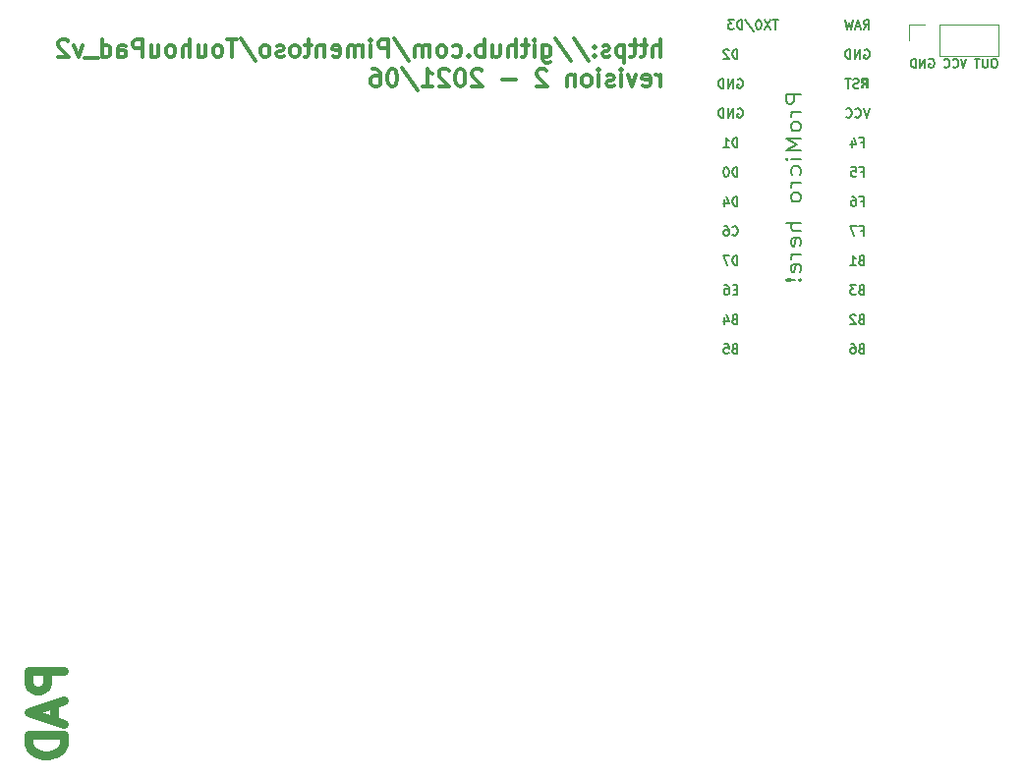
<source format=gbr>
%TF.GenerationSoftware,KiCad,Pcbnew,(5.1.10-1-10_14)*%
%TF.CreationDate,2021-08-10T17:18:57+02:00*%
%TF.ProjectId,project,70726f6a-6563-4742-9e6b-696361645f70,rev?*%
%TF.SameCoordinates,Original*%
%TF.FileFunction,Legend,Bot*%
%TF.FilePolarity,Positive*%
%FSLAX46Y46*%
G04 Gerber Fmt 4.6, Leading zero omitted, Abs format (unit mm)*
G04 Created by KiCad (PCBNEW (5.1.10-1-10_14)) date 2021-08-10 17:18:57*
%MOMM*%
%LPD*%
G01*
G04 APERTURE LIST*
%ADD10C,0.300000*%
%ADD11C,0.750000*%
%ADD12C,0.150000*%
%ADD13C,0.120000*%
%ADD14C,0.203200*%
G04 APERTURE END LIST*
D10*
X139274857Y-51473571D02*
X139274857Y-49973571D01*
X138632000Y-51473571D02*
X138632000Y-50687857D01*
X138703428Y-50545000D01*
X138846285Y-50473571D01*
X139060571Y-50473571D01*
X139203428Y-50545000D01*
X139274857Y-50616428D01*
X138132000Y-50473571D02*
X137560571Y-50473571D01*
X137917714Y-49973571D02*
X137917714Y-51259285D01*
X137846285Y-51402142D01*
X137703428Y-51473571D01*
X137560571Y-51473571D01*
X137274857Y-50473571D02*
X136703428Y-50473571D01*
X137060571Y-49973571D02*
X137060571Y-51259285D01*
X136989142Y-51402142D01*
X136846285Y-51473571D01*
X136703428Y-51473571D01*
X136203428Y-50473571D02*
X136203428Y-51973571D01*
X136203428Y-50545000D02*
X136060571Y-50473571D01*
X135774857Y-50473571D01*
X135632000Y-50545000D01*
X135560571Y-50616428D01*
X135489142Y-50759285D01*
X135489142Y-51187857D01*
X135560571Y-51330714D01*
X135632000Y-51402142D01*
X135774857Y-51473571D01*
X136060571Y-51473571D01*
X136203428Y-51402142D01*
X134917714Y-51402142D02*
X134774857Y-51473571D01*
X134489142Y-51473571D01*
X134346285Y-51402142D01*
X134274857Y-51259285D01*
X134274857Y-51187857D01*
X134346285Y-51045000D01*
X134489142Y-50973571D01*
X134703428Y-50973571D01*
X134846285Y-50902142D01*
X134917714Y-50759285D01*
X134917714Y-50687857D01*
X134846285Y-50545000D01*
X134703428Y-50473571D01*
X134489142Y-50473571D01*
X134346285Y-50545000D01*
X133631999Y-51330714D02*
X133560571Y-51402142D01*
X133631999Y-51473571D01*
X133703428Y-51402142D01*
X133631999Y-51330714D01*
X133631999Y-51473571D01*
X133631999Y-50545000D02*
X133560571Y-50616428D01*
X133631999Y-50687857D01*
X133703428Y-50616428D01*
X133631999Y-50545000D01*
X133631999Y-50687857D01*
X131846285Y-49902142D02*
X133131999Y-51830714D01*
X130274857Y-49902142D02*
X131560571Y-51830714D01*
X129131999Y-50473571D02*
X129131999Y-51687857D01*
X129203428Y-51830714D01*
X129274857Y-51902142D01*
X129417714Y-51973571D01*
X129631999Y-51973571D01*
X129774857Y-51902142D01*
X129131999Y-51402142D02*
X129274857Y-51473571D01*
X129560571Y-51473571D01*
X129703428Y-51402142D01*
X129774857Y-51330714D01*
X129846285Y-51187857D01*
X129846285Y-50759285D01*
X129774857Y-50616428D01*
X129703428Y-50545000D01*
X129560571Y-50473571D01*
X129274857Y-50473571D01*
X129131999Y-50545000D01*
X128417714Y-51473571D02*
X128417714Y-50473571D01*
X128417714Y-49973571D02*
X128489142Y-50045000D01*
X128417714Y-50116428D01*
X128346285Y-50045000D01*
X128417714Y-49973571D01*
X128417714Y-50116428D01*
X127917714Y-50473571D02*
X127346285Y-50473571D01*
X127703428Y-49973571D02*
X127703428Y-51259285D01*
X127631999Y-51402142D01*
X127489142Y-51473571D01*
X127346285Y-51473571D01*
X126846285Y-51473571D02*
X126846285Y-49973571D01*
X126203428Y-51473571D02*
X126203428Y-50687857D01*
X126274857Y-50545000D01*
X126417714Y-50473571D01*
X126631999Y-50473571D01*
X126774857Y-50545000D01*
X126846285Y-50616428D01*
X124846285Y-50473571D02*
X124846285Y-51473571D01*
X125489142Y-50473571D02*
X125489142Y-51259285D01*
X125417714Y-51402142D01*
X125274857Y-51473571D01*
X125060571Y-51473571D01*
X124917714Y-51402142D01*
X124846285Y-51330714D01*
X124131999Y-51473571D02*
X124131999Y-49973571D01*
X124131999Y-50545000D02*
X123989142Y-50473571D01*
X123703428Y-50473571D01*
X123560571Y-50545000D01*
X123489142Y-50616428D01*
X123417714Y-50759285D01*
X123417714Y-51187857D01*
X123489142Y-51330714D01*
X123560571Y-51402142D01*
X123703428Y-51473571D01*
X123989142Y-51473571D01*
X124131999Y-51402142D01*
X122774857Y-51330714D02*
X122703428Y-51402142D01*
X122774857Y-51473571D01*
X122846285Y-51402142D01*
X122774857Y-51330714D01*
X122774857Y-51473571D01*
X121417714Y-51402142D02*
X121560571Y-51473571D01*
X121846285Y-51473571D01*
X121989142Y-51402142D01*
X122060571Y-51330714D01*
X122131999Y-51187857D01*
X122131999Y-50759285D01*
X122060571Y-50616428D01*
X121989142Y-50545000D01*
X121846285Y-50473571D01*
X121560571Y-50473571D01*
X121417714Y-50545000D01*
X120560571Y-51473571D02*
X120703428Y-51402142D01*
X120774857Y-51330714D01*
X120846285Y-51187857D01*
X120846285Y-50759285D01*
X120774857Y-50616428D01*
X120703428Y-50545000D01*
X120560571Y-50473571D01*
X120346285Y-50473571D01*
X120203428Y-50545000D01*
X120131999Y-50616428D01*
X120060571Y-50759285D01*
X120060571Y-51187857D01*
X120131999Y-51330714D01*
X120203428Y-51402142D01*
X120346285Y-51473571D01*
X120560571Y-51473571D01*
X119417714Y-51473571D02*
X119417714Y-50473571D01*
X119417714Y-50616428D02*
X119346285Y-50545000D01*
X119203428Y-50473571D01*
X118989142Y-50473571D01*
X118846285Y-50545000D01*
X118774857Y-50687857D01*
X118774857Y-51473571D01*
X118774857Y-50687857D02*
X118703428Y-50545000D01*
X118560571Y-50473571D01*
X118346285Y-50473571D01*
X118203428Y-50545000D01*
X118131999Y-50687857D01*
X118131999Y-51473571D01*
X116346285Y-49902142D02*
X117631999Y-51830714D01*
X115846285Y-51473571D02*
X115846285Y-49973571D01*
X115274857Y-49973571D01*
X115131999Y-50045000D01*
X115060571Y-50116428D01*
X114989142Y-50259285D01*
X114989142Y-50473571D01*
X115060571Y-50616428D01*
X115131999Y-50687857D01*
X115274857Y-50759285D01*
X115846285Y-50759285D01*
X114346285Y-51473571D02*
X114346285Y-50473571D01*
X114346285Y-49973571D02*
X114417714Y-50045000D01*
X114346285Y-50116428D01*
X114274857Y-50045000D01*
X114346285Y-49973571D01*
X114346285Y-50116428D01*
X113631999Y-51473571D02*
X113631999Y-50473571D01*
X113631999Y-50616428D02*
X113560571Y-50545000D01*
X113417714Y-50473571D01*
X113203428Y-50473571D01*
X113060571Y-50545000D01*
X112989142Y-50687857D01*
X112989142Y-51473571D01*
X112989142Y-50687857D02*
X112917714Y-50545000D01*
X112774857Y-50473571D01*
X112560571Y-50473571D01*
X112417714Y-50545000D01*
X112346285Y-50687857D01*
X112346285Y-51473571D01*
X111060571Y-51402142D02*
X111203428Y-51473571D01*
X111489142Y-51473571D01*
X111631999Y-51402142D01*
X111703428Y-51259285D01*
X111703428Y-50687857D01*
X111631999Y-50545000D01*
X111489142Y-50473571D01*
X111203428Y-50473571D01*
X111060571Y-50545000D01*
X110989142Y-50687857D01*
X110989142Y-50830714D01*
X111703428Y-50973571D01*
X110346285Y-50473571D02*
X110346285Y-51473571D01*
X110346285Y-50616428D02*
X110274857Y-50545000D01*
X110131999Y-50473571D01*
X109917714Y-50473571D01*
X109774857Y-50545000D01*
X109703428Y-50687857D01*
X109703428Y-51473571D01*
X109203428Y-50473571D02*
X108631999Y-50473571D01*
X108989142Y-49973571D02*
X108989142Y-51259285D01*
X108917714Y-51402142D01*
X108774857Y-51473571D01*
X108631999Y-51473571D01*
X107917714Y-51473571D02*
X108060571Y-51402142D01*
X108131999Y-51330714D01*
X108203428Y-51187857D01*
X108203428Y-50759285D01*
X108131999Y-50616428D01*
X108060571Y-50545000D01*
X107917714Y-50473571D01*
X107703428Y-50473571D01*
X107560571Y-50545000D01*
X107489142Y-50616428D01*
X107417714Y-50759285D01*
X107417714Y-51187857D01*
X107489142Y-51330714D01*
X107560571Y-51402142D01*
X107703428Y-51473571D01*
X107917714Y-51473571D01*
X106846285Y-51402142D02*
X106703428Y-51473571D01*
X106417714Y-51473571D01*
X106274857Y-51402142D01*
X106203428Y-51259285D01*
X106203428Y-51187857D01*
X106274857Y-51045000D01*
X106417714Y-50973571D01*
X106631999Y-50973571D01*
X106774857Y-50902142D01*
X106846285Y-50759285D01*
X106846285Y-50687857D01*
X106774857Y-50545000D01*
X106631999Y-50473571D01*
X106417714Y-50473571D01*
X106274857Y-50545000D01*
X105346285Y-51473571D02*
X105489142Y-51402142D01*
X105560571Y-51330714D01*
X105631999Y-51187857D01*
X105631999Y-50759285D01*
X105560571Y-50616428D01*
X105489142Y-50545000D01*
X105346285Y-50473571D01*
X105131999Y-50473571D01*
X104989142Y-50545000D01*
X104917714Y-50616428D01*
X104846285Y-50759285D01*
X104846285Y-51187857D01*
X104917714Y-51330714D01*
X104989142Y-51402142D01*
X105131999Y-51473571D01*
X105346285Y-51473571D01*
X103131999Y-49902142D02*
X104417714Y-51830714D01*
X102846285Y-49973571D02*
X101989142Y-49973571D01*
X102417714Y-51473571D02*
X102417714Y-49973571D01*
X101274857Y-51473571D02*
X101417714Y-51402142D01*
X101489142Y-51330714D01*
X101560571Y-51187857D01*
X101560571Y-50759285D01*
X101489142Y-50616428D01*
X101417714Y-50545000D01*
X101274857Y-50473571D01*
X101060571Y-50473571D01*
X100917714Y-50545000D01*
X100846285Y-50616428D01*
X100774857Y-50759285D01*
X100774857Y-51187857D01*
X100846285Y-51330714D01*
X100917714Y-51402142D01*
X101060571Y-51473571D01*
X101274857Y-51473571D01*
X99489142Y-50473571D02*
X99489142Y-51473571D01*
X100131999Y-50473571D02*
X100131999Y-51259285D01*
X100060571Y-51402142D01*
X99917714Y-51473571D01*
X99703428Y-51473571D01*
X99560571Y-51402142D01*
X99489142Y-51330714D01*
X98774857Y-51473571D02*
X98774857Y-49973571D01*
X98131999Y-51473571D02*
X98131999Y-50687857D01*
X98203428Y-50545000D01*
X98346285Y-50473571D01*
X98560571Y-50473571D01*
X98703428Y-50545000D01*
X98774857Y-50616428D01*
X97203428Y-51473571D02*
X97346285Y-51402142D01*
X97417714Y-51330714D01*
X97489142Y-51187857D01*
X97489142Y-50759285D01*
X97417714Y-50616428D01*
X97346285Y-50545000D01*
X97203428Y-50473571D01*
X96989142Y-50473571D01*
X96846285Y-50545000D01*
X96774857Y-50616428D01*
X96703428Y-50759285D01*
X96703428Y-51187857D01*
X96774857Y-51330714D01*
X96846285Y-51402142D01*
X96989142Y-51473571D01*
X97203428Y-51473571D01*
X95417714Y-50473571D02*
X95417714Y-51473571D01*
X96060571Y-50473571D02*
X96060571Y-51259285D01*
X95989142Y-51402142D01*
X95846285Y-51473571D01*
X95631999Y-51473571D01*
X95489142Y-51402142D01*
X95417714Y-51330714D01*
X94703428Y-51473571D02*
X94703428Y-49973571D01*
X94131999Y-49973571D01*
X93989142Y-50045000D01*
X93917714Y-50116428D01*
X93846285Y-50259285D01*
X93846285Y-50473571D01*
X93917714Y-50616428D01*
X93989142Y-50687857D01*
X94131999Y-50759285D01*
X94703428Y-50759285D01*
X92560571Y-51473571D02*
X92560571Y-50687857D01*
X92631999Y-50545000D01*
X92774857Y-50473571D01*
X93060571Y-50473571D01*
X93203428Y-50545000D01*
X92560571Y-51402142D02*
X92703428Y-51473571D01*
X93060571Y-51473571D01*
X93203428Y-51402142D01*
X93274857Y-51259285D01*
X93274857Y-51116428D01*
X93203428Y-50973571D01*
X93060571Y-50902142D01*
X92703428Y-50902142D01*
X92560571Y-50830714D01*
X91203428Y-51473571D02*
X91203428Y-49973571D01*
X91203428Y-51402142D02*
X91346285Y-51473571D01*
X91631999Y-51473571D01*
X91774857Y-51402142D01*
X91846285Y-51330714D01*
X91917714Y-51187857D01*
X91917714Y-50759285D01*
X91846285Y-50616428D01*
X91774857Y-50545000D01*
X91631999Y-50473571D01*
X91346285Y-50473571D01*
X91203428Y-50545000D01*
X90846285Y-51616428D02*
X89703428Y-51616428D01*
X89489142Y-50473571D02*
X89131999Y-51473571D01*
X88774857Y-50473571D01*
X88274857Y-50116428D02*
X88203428Y-50045000D01*
X88060571Y-49973571D01*
X87703428Y-49973571D01*
X87560571Y-50045000D01*
X87489142Y-50116428D01*
X87417714Y-50259285D01*
X87417714Y-50402142D01*
X87489142Y-50616428D01*
X88346285Y-51473571D01*
X87417714Y-51473571D01*
X139274857Y-54023571D02*
X139274857Y-53023571D01*
X139274857Y-53309285D02*
X139203428Y-53166428D01*
X139132000Y-53095000D01*
X138989142Y-53023571D01*
X138846285Y-53023571D01*
X137774857Y-53952142D02*
X137917714Y-54023571D01*
X138203428Y-54023571D01*
X138346285Y-53952142D01*
X138417714Y-53809285D01*
X138417714Y-53237857D01*
X138346285Y-53095000D01*
X138203428Y-53023571D01*
X137917714Y-53023571D01*
X137774857Y-53095000D01*
X137703428Y-53237857D01*
X137703428Y-53380714D01*
X138417714Y-53523571D01*
X137203428Y-53023571D02*
X136846285Y-54023571D01*
X136489142Y-53023571D01*
X135917714Y-54023571D02*
X135917714Y-53023571D01*
X135917714Y-52523571D02*
X135989142Y-52595000D01*
X135917714Y-52666428D01*
X135846285Y-52595000D01*
X135917714Y-52523571D01*
X135917714Y-52666428D01*
X135274857Y-53952142D02*
X135132000Y-54023571D01*
X134846285Y-54023571D01*
X134703428Y-53952142D01*
X134632000Y-53809285D01*
X134632000Y-53737857D01*
X134703428Y-53595000D01*
X134846285Y-53523571D01*
X135060571Y-53523571D01*
X135203428Y-53452142D01*
X135274857Y-53309285D01*
X135274857Y-53237857D01*
X135203428Y-53095000D01*
X135060571Y-53023571D01*
X134846285Y-53023571D01*
X134703428Y-53095000D01*
X133989142Y-54023571D02*
X133989142Y-53023571D01*
X133989142Y-52523571D02*
X134060571Y-52595000D01*
X133989142Y-52666428D01*
X133917714Y-52595000D01*
X133989142Y-52523571D01*
X133989142Y-52666428D01*
X133060571Y-54023571D02*
X133203428Y-53952142D01*
X133274857Y-53880714D01*
X133346285Y-53737857D01*
X133346285Y-53309285D01*
X133274857Y-53166428D01*
X133203428Y-53095000D01*
X133060571Y-53023571D01*
X132846285Y-53023571D01*
X132703428Y-53095000D01*
X132632000Y-53166428D01*
X132560571Y-53309285D01*
X132560571Y-53737857D01*
X132632000Y-53880714D01*
X132703428Y-53952142D01*
X132846285Y-54023571D01*
X133060571Y-54023571D01*
X131917714Y-53023571D02*
X131917714Y-54023571D01*
X131917714Y-53166428D02*
X131846285Y-53095000D01*
X131703428Y-53023571D01*
X131489142Y-53023571D01*
X131346285Y-53095000D01*
X131274857Y-53237857D01*
X131274857Y-54023571D01*
X129489142Y-52666428D02*
X129417714Y-52595000D01*
X129274857Y-52523571D01*
X128917714Y-52523571D01*
X128774857Y-52595000D01*
X128703428Y-52666428D01*
X128632000Y-52809285D01*
X128632000Y-52952142D01*
X128703428Y-53166428D01*
X129560571Y-54023571D01*
X128632000Y-54023571D01*
X126846285Y-53452142D02*
X125703428Y-53452142D01*
X123917714Y-52666428D02*
X123846285Y-52595000D01*
X123703428Y-52523571D01*
X123346285Y-52523571D01*
X123203428Y-52595000D01*
X123132000Y-52666428D01*
X123060571Y-52809285D01*
X123060571Y-52952142D01*
X123132000Y-53166428D01*
X123989142Y-54023571D01*
X123060571Y-54023571D01*
X122132000Y-52523571D02*
X121989142Y-52523571D01*
X121846285Y-52595000D01*
X121774857Y-52666428D01*
X121703428Y-52809285D01*
X121632000Y-53095000D01*
X121632000Y-53452142D01*
X121703428Y-53737857D01*
X121774857Y-53880714D01*
X121846285Y-53952142D01*
X121989142Y-54023571D01*
X122132000Y-54023571D01*
X122274857Y-53952142D01*
X122346285Y-53880714D01*
X122417714Y-53737857D01*
X122489142Y-53452142D01*
X122489142Y-53095000D01*
X122417714Y-52809285D01*
X122346285Y-52666428D01*
X122274857Y-52595000D01*
X122132000Y-52523571D01*
X121060571Y-52666428D02*
X120989142Y-52595000D01*
X120846285Y-52523571D01*
X120489142Y-52523571D01*
X120346285Y-52595000D01*
X120274857Y-52666428D01*
X120203428Y-52809285D01*
X120203428Y-52952142D01*
X120274857Y-53166428D01*
X121132000Y-54023571D01*
X120203428Y-54023571D01*
X118774857Y-54023571D02*
X119632000Y-54023571D01*
X119203428Y-54023571D02*
X119203428Y-52523571D01*
X119346285Y-52737857D01*
X119489142Y-52880714D01*
X119632000Y-52952142D01*
X117060571Y-52452142D02*
X118346285Y-54380714D01*
X116274857Y-52523571D02*
X116132000Y-52523571D01*
X115989142Y-52595000D01*
X115917714Y-52666428D01*
X115846285Y-52809285D01*
X115774857Y-53095000D01*
X115774857Y-53452142D01*
X115846285Y-53737857D01*
X115917714Y-53880714D01*
X115989142Y-53952142D01*
X116132000Y-54023571D01*
X116274857Y-54023571D01*
X116417714Y-53952142D01*
X116489142Y-53880714D01*
X116560571Y-53737857D01*
X116632000Y-53452142D01*
X116632000Y-53095000D01*
X116560571Y-52809285D01*
X116489142Y-52666428D01*
X116417714Y-52595000D01*
X116274857Y-52523571D01*
X114489142Y-52523571D02*
X114774857Y-52523571D01*
X114917714Y-52595000D01*
X114989142Y-52666428D01*
X115132000Y-52880714D01*
X115203428Y-53166428D01*
X115203428Y-53737857D01*
X115132000Y-53880714D01*
X115060571Y-53952142D01*
X114917714Y-54023571D01*
X114632000Y-54023571D01*
X114489142Y-53952142D01*
X114417714Y-53880714D01*
X114346285Y-53737857D01*
X114346285Y-53380714D01*
X114417714Y-53237857D01*
X114489142Y-53166428D01*
X114632000Y-53095000D01*
X114917714Y-53095000D01*
X115060571Y-53166428D01*
X115132000Y-53237857D01*
X115203428Y-53380714D01*
D11*
X87875892Y-104378571D02*
X84875892Y-104378571D01*
X84875892Y-105521428D01*
X85018750Y-105807142D01*
X85161607Y-105950000D01*
X85447321Y-106092857D01*
X85875892Y-106092857D01*
X86161607Y-105950000D01*
X86304464Y-105807142D01*
X86447321Y-105521428D01*
X86447321Y-104378571D01*
X87018750Y-107235714D02*
X87018750Y-108664285D01*
X87875892Y-106950000D02*
X84875892Y-107950000D01*
X87875892Y-108950000D01*
X87875892Y-109950000D02*
X84875892Y-109950000D01*
X84875892Y-110664285D01*
X85018750Y-111092857D01*
X85304464Y-111378571D01*
X85590178Y-111521428D01*
X86161607Y-111664285D01*
X86590178Y-111664285D01*
X87161607Y-111521428D01*
X87447321Y-111378571D01*
X87733035Y-111092857D01*
X87875892Y-110664285D01*
X87875892Y-109950000D01*
D12*
X168127714Y-51659285D02*
X167984857Y-51659285D01*
X167913428Y-51695000D01*
X167842000Y-51766428D01*
X167806285Y-51909285D01*
X167806285Y-52159285D01*
X167842000Y-52302142D01*
X167913428Y-52373571D01*
X167984857Y-52409285D01*
X168127714Y-52409285D01*
X168199142Y-52373571D01*
X168270571Y-52302142D01*
X168306285Y-52159285D01*
X168306285Y-51909285D01*
X168270571Y-51766428D01*
X168199142Y-51695000D01*
X168127714Y-51659285D01*
X167484857Y-51659285D02*
X167484857Y-52266428D01*
X167449142Y-52337857D01*
X167413428Y-52373571D01*
X167342000Y-52409285D01*
X167199142Y-52409285D01*
X167127714Y-52373571D01*
X167092000Y-52337857D01*
X167056285Y-52266428D01*
X167056285Y-51659285D01*
X166806285Y-51659285D02*
X166377714Y-51659285D01*
X166592000Y-52409285D02*
X166592000Y-51659285D01*
X165663428Y-51659285D02*
X165413428Y-52409285D01*
X165163428Y-51659285D01*
X164484857Y-52337857D02*
X164520571Y-52373571D01*
X164627714Y-52409285D01*
X164699142Y-52409285D01*
X164806285Y-52373571D01*
X164877714Y-52302142D01*
X164913428Y-52230714D01*
X164949142Y-52087857D01*
X164949142Y-51980714D01*
X164913428Y-51837857D01*
X164877714Y-51766428D01*
X164806285Y-51695000D01*
X164699142Y-51659285D01*
X164627714Y-51659285D01*
X164520571Y-51695000D01*
X164484857Y-51730714D01*
X163734857Y-52337857D02*
X163770571Y-52373571D01*
X163877714Y-52409285D01*
X163949142Y-52409285D01*
X164056285Y-52373571D01*
X164127714Y-52302142D01*
X164163428Y-52230714D01*
X164199142Y-52087857D01*
X164199142Y-51980714D01*
X164163428Y-51837857D01*
X164127714Y-51766428D01*
X164056285Y-51695000D01*
X163949142Y-51659285D01*
X163877714Y-51659285D01*
X163770571Y-51695000D01*
X163734857Y-51730714D01*
X162449142Y-51695000D02*
X162520571Y-51659285D01*
X162627714Y-51659285D01*
X162734857Y-51695000D01*
X162806285Y-51766428D01*
X162842000Y-51837857D01*
X162877714Y-51980714D01*
X162877714Y-52087857D01*
X162842000Y-52230714D01*
X162806285Y-52302142D01*
X162734857Y-52373571D01*
X162627714Y-52409285D01*
X162556285Y-52409285D01*
X162449142Y-52373571D01*
X162413428Y-52337857D01*
X162413428Y-52087857D01*
X162556285Y-52087857D01*
X162092000Y-52409285D02*
X162092000Y-51659285D01*
X161663428Y-52409285D01*
X161663428Y-51659285D01*
X161306285Y-52409285D02*
X161306285Y-51659285D01*
X161127714Y-51659285D01*
X161020571Y-51695000D01*
X160949142Y-51766428D01*
X160913428Y-51837857D01*
X160877714Y-51980714D01*
X160877714Y-52087857D01*
X160913428Y-52230714D01*
X160949142Y-52302142D01*
X161020571Y-52373571D01*
X161127714Y-52409285D01*
X161306285Y-52409285D01*
%TO.C,U0*%
G36*
X156857135Y-53755280D02*
G01*
X156857135Y-53855280D01*
X156957135Y-53855280D01*
X156957135Y-53755280D01*
X156857135Y-53755280D01*
G37*
X156857135Y-53755280D02*
X156857135Y-53855280D01*
X156957135Y-53855280D01*
X156957135Y-53755280D01*
X156857135Y-53755280D01*
G36*
X157057135Y-53355280D02*
G01*
X157057135Y-54155280D01*
X157157135Y-54155280D01*
X157157135Y-53355280D01*
X157057135Y-53355280D01*
G37*
X157057135Y-53355280D02*
X157057135Y-54155280D01*
X157157135Y-54155280D01*
X157157135Y-53355280D01*
X157057135Y-53355280D01*
G36*
X156657135Y-53955280D02*
G01*
X156657135Y-54155280D01*
X156757135Y-54155280D01*
X156757135Y-53955280D01*
X156657135Y-53955280D01*
G37*
X156657135Y-53955280D02*
X156657135Y-54155280D01*
X156757135Y-54155280D01*
X156757135Y-53955280D01*
X156657135Y-53955280D01*
G36*
X156657135Y-53355280D02*
G01*
X156657135Y-53655280D01*
X156757135Y-53655280D01*
X156757135Y-53355280D01*
X156657135Y-53355280D01*
G37*
X156657135Y-53355280D02*
X156657135Y-53655280D01*
X156757135Y-53655280D01*
X156757135Y-53355280D01*
X156657135Y-53355280D01*
G36*
X156657135Y-53355280D02*
G01*
X156657135Y-53455280D01*
X157157135Y-53455280D01*
X157157135Y-53355280D01*
X156657135Y-53355280D01*
G37*
X156657135Y-53355280D02*
X156657135Y-53455280D01*
X157157135Y-53455280D01*
X157157135Y-53355280D01*
X156657135Y-53355280D01*
D13*
%TO.C,J0*%
X168462000Y-48708000D02*
X168462000Y-51368000D01*
X163322000Y-48708000D02*
X168462000Y-48708000D01*
X163322000Y-51368000D02*
X168462000Y-51368000D01*
X163322000Y-48708000D02*
X163322000Y-51368000D01*
X162052000Y-48708000D02*
X160722000Y-48708000D01*
X160722000Y-48708000D02*
X160722000Y-50038000D01*
%TO.C,U0*%
D14*
X151387023Y-54687107D02*
X150117023Y-54687107D01*
X150117023Y-55267678D01*
X150177500Y-55412821D01*
X150237976Y-55485392D01*
X150358928Y-55557964D01*
X150540357Y-55557964D01*
X150661309Y-55485392D01*
X150721785Y-55412821D01*
X150782261Y-55267678D01*
X150782261Y-54687107D01*
X151387023Y-56211107D02*
X150540357Y-56211107D01*
X150782261Y-56211107D02*
X150661309Y-56283678D01*
X150600833Y-56356250D01*
X150540357Y-56501392D01*
X150540357Y-56646535D01*
X151387023Y-57372250D02*
X151326547Y-57227107D01*
X151266071Y-57154535D01*
X151145119Y-57081964D01*
X150782261Y-57081964D01*
X150661309Y-57154535D01*
X150600833Y-57227107D01*
X150540357Y-57372250D01*
X150540357Y-57589964D01*
X150600833Y-57735107D01*
X150661309Y-57807678D01*
X150782261Y-57880250D01*
X151145119Y-57880250D01*
X151266071Y-57807678D01*
X151326547Y-57735107D01*
X151387023Y-57589964D01*
X151387023Y-57372250D01*
X151387023Y-58533392D02*
X150117023Y-58533392D01*
X151024166Y-59041392D01*
X150117023Y-59549392D01*
X151387023Y-59549392D01*
X151387023Y-60275107D02*
X150540357Y-60275107D01*
X150117023Y-60275107D02*
X150177500Y-60202535D01*
X150237976Y-60275107D01*
X150177500Y-60347678D01*
X150117023Y-60275107D01*
X150237976Y-60275107D01*
X151326547Y-61653964D02*
X151387023Y-61508821D01*
X151387023Y-61218535D01*
X151326547Y-61073392D01*
X151266071Y-61000821D01*
X151145119Y-60928250D01*
X150782261Y-60928250D01*
X150661309Y-61000821D01*
X150600833Y-61073392D01*
X150540357Y-61218535D01*
X150540357Y-61508821D01*
X150600833Y-61653964D01*
X151387023Y-62307107D02*
X150540357Y-62307107D01*
X150782261Y-62307107D02*
X150661309Y-62379678D01*
X150600833Y-62452250D01*
X150540357Y-62597392D01*
X150540357Y-62742535D01*
X151387023Y-63468250D02*
X151326547Y-63323107D01*
X151266071Y-63250535D01*
X151145119Y-63177964D01*
X150782261Y-63177964D01*
X150661309Y-63250535D01*
X150600833Y-63323107D01*
X150540357Y-63468250D01*
X150540357Y-63685964D01*
X150600833Y-63831107D01*
X150661309Y-63903678D01*
X150782261Y-63976250D01*
X151145119Y-63976250D01*
X151266071Y-63903678D01*
X151326547Y-63831107D01*
X151387023Y-63685964D01*
X151387023Y-63468250D01*
X151387023Y-65790535D02*
X150117023Y-65790535D01*
X151387023Y-66443678D02*
X150721785Y-66443678D01*
X150600833Y-66371107D01*
X150540357Y-66225964D01*
X150540357Y-66008250D01*
X150600833Y-65863107D01*
X150661309Y-65790535D01*
X151326547Y-67749964D02*
X151387023Y-67604821D01*
X151387023Y-67314535D01*
X151326547Y-67169392D01*
X151205595Y-67096821D01*
X150721785Y-67096821D01*
X150600833Y-67169392D01*
X150540357Y-67314535D01*
X150540357Y-67604821D01*
X150600833Y-67749964D01*
X150721785Y-67822535D01*
X150842738Y-67822535D01*
X150963690Y-67096821D01*
X151387023Y-68475678D02*
X150540357Y-68475678D01*
X150782261Y-68475678D02*
X150661309Y-68548250D01*
X150600833Y-68620821D01*
X150540357Y-68765964D01*
X150540357Y-68911107D01*
X151326547Y-69999678D02*
X151387023Y-69854535D01*
X151387023Y-69564250D01*
X151326547Y-69419107D01*
X151205595Y-69346535D01*
X150721785Y-69346535D01*
X150600833Y-69419107D01*
X150540357Y-69564250D01*
X150540357Y-69854535D01*
X150600833Y-69999678D01*
X150721785Y-70072250D01*
X150842738Y-70072250D01*
X150963690Y-69346535D01*
X151266071Y-70725392D02*
X151326547Y-70797964D01*
X151387023Y-70725392D01*
X151326547Y-70652821D01*
X151266071Y-70725392D01*
X151387023Y-70725392D01*
X150903214Y-70725392D02*
X150177500Y-70652821D01*
X150117023Y-70725392D01*
X150177500Y-70797964D01*
X150903214Y-70725392D01*
X150117023Y-70725392D01*
D12*
X156385833Y-54120059D02*
X156271547Y-54158154D01*
X156081071Y-54158154D01*
X156004880Y-54120059D01*
X155966785Y-54081964D01*
X155928690Y-54005773D01*
X155928690Y-53929583D01*
X155966785Y-53853392D01*
X156004880Y-53815297D01*
X156081071Y-53777202D01*
X156233452Y-53739107D01*
X156309642Y-53701011D01*
X156347738Y-53662916D01*
X156385833Y-53586726D01*
X156385833Y-53510535D01*
X156347738Y-53434345D01*
X156309642Y-53396250D01*
X156233452Y-53358154D01*
X156042976Y-53358154D01*
X155928690Y-53396250D01*
X155700119Y-53358154D02*
X155242976Y-53358154D01*
X155471547Y-54158154D02*
X155471547Y-53358154D01*
X149431104Y-48298154D02*
X148973961Y-48298154D01*
X149202532Y-49098154D02*
X149202532Y-48298154D01*
X148783485Y-48298154D02*
X148250151Y-49098154D01*
X148250151Y-48298154D02*
X148783485Y-49098154D01*
X147793008Y-48298154D02*
X147716818Y-48298154D01*
X147640628Y-48336250D01*
X147602532Y-48374345D01*
X147564437Y-48450535D01*
X147526342Y-48602916D01*
X147526342Y-48793392D01*
X147564437Y-48945773D01*
X147602532Y-49021964D01*
X147640628Y-49060059D01*
X147716818Y-49098154D01*
X147793008Y-49098154D01*
X147869199Y-49060059D01*
X147907294Y-49021964D01*
X147945389Y-48945773D01*
X147983485Y-48793392D01*
X147983485Y-48602916D01*
X147945389Y-48450535D01*
X147907294Y-48374345D01*
X147869199Y-48336250D01*
X147793008Y-48298154D01*
X146612056Y-48260059D02*
X147297770Y-49288630D01*
X146345389Y-49098154D02*
X146345389Y-48298154D01*
X146154913Y-48298154D01*
X146040628Y-48336250D01*
X145964437Y-48412440D01*
X145926342Y-48488630D01*
X145888247Y-48641011D01*
X145888247Y-48755297D01*
X145926342Y-48907678D01*
X145964437Y-48983869D01*
X146040628Y-49060059D01*
X146154913Y-49098154D01*
X146345389Y-49098154D01*
X145621580Y-48298154D02*
X145126342Y-48298154D01*
X145393008Y-48602916D01*
X145278723Y-48602916D01*
X145202532Y-48641011D01*
X145164437Y-48679107D01*
X145126342Y-48755297D01*
X145126342Y-48945773D01*
X145164437Y-49021964D01*
X145202532Y-49060059D01*
X145278723Y-49098154D01*
X145507294Y-49098154D01*
X145583485Y-49060059D01*
X145621580Y-49021964D01*
X156597309Y-74079107D02*
X156483023Y-74117202D01*
X156444928Y-74155297D01*
X156406833Y-74231488D01*
X156406833Y-74345773D01*
X156444928Y-74421964D01*
X156483023Y-74460059D01*
X156559214Y-74498154D01*
X156863976Y-74498154D01*
X156863976Y-73698154D01*
X156597309Y-73698154D01*
X156521119Y-73736250D01*
X156483023Y-73774345D01*
X156444928Y-73850535D01*
X156444928Y-73926726D01*
X156483023Y-74002916D01*
X156521119Y-74041011D01*
X156597309Y-74079107D01*
X156863976Y-74079107D01*
X156102071Y-73774345D02*
X156063976Y-73736250D01*
X155987785Y-73698154D01*
X155797309Y-73698154D01*
X155721119Y-73736250D01*
X155683023Y-73774345D01*
X155644928Y-73850535D01*
X155644928Y-73926726D01*
X155683023Y-74041011D01*
X156140166Y-74498154D01*
X155644928Y-74498154D01*
X156540166Y-66459107D02*
X156806833Y-66459107D01*
X156806833Y-66878154D02*
X156806833Y-66078154D01*
X156425880Y-66078154D01*
X156197309Y-66078154D02*
X155663976Y-66078154D01*
X156006833Y-66878154D01*
X156540166Y-63919107D02*
X156806833Y-63919107D01*
X156806833Y-64338154D02*
X156806833Y-63538154D01*
X156425880Y-63538154D01*
X155778261Y-63538154D02*
X155930642Y-63538154D01*
X156006833Y-63576250D01*
X156044928Y-63614345D01*
X156121119Y-63728630D01*
X156159214Y-63881011D01*
X156159214Y-64185773D01*
X156121119Y-64261964D01*
X156083023Y-64300059D01*
X156006833Y-64338154D01*
X155854452Y-64338154D01*
X155778261Y-64300059D01*
X155740166Y-64261964D01*
X155702071Y-64185773D01*
X155702071Y-63995297D01*
X155740166Y-63919107D01*
X155778261Y-63881011D01*
X155854452Y-63842916D01*
X156006833Y-63842916D01*
X156083023Y-63881011D01*
X156121119Y-63919107D01*
X156159214Y-63995297D01*
X156540166Y-61379107D02*
X156806833Y-61379107D01*
X156806833Y-61798154D02*
X156806833Y-60998154D01*
X156425880Y-60998154D01*
X155740166Y-60998154D02*
X156121119Y-60998154D01*
X156159214Y-61379107D01*
X156121119Y-61341011D01*
X156044928Y-61302916D01*
X155854452Y-61302916D01*
X155778261Y-61341011D01*
X155740166Y-61379107D01*
X155702071Y-61455297D01*
X155702071Y-61645773D01*
X155740166Y-61721964D01*
X155778261Y-61760059D01*
X155854452Y-61798154D01*
X156044928Y-61798154D01*
X156121119Y-61760059D01*
X156159214Y-61721964D01*
X156825880Y-49098154D02*
X157092547Y-48717202D01*
X157283023Y-49098154D02*
X157283023Y-48298154D01*
X156978261Y-48298154D01*
X156902071Y-48336250D01*
X156863976Y-48374345D01*
X156825880Y-48450535D01*
X156825880Y-48564821D01*
X156863976Y-48641011D01*
X156902071Y-48679107D01*
X156978261Y-48717202D01*
X157283023Y-48717202D01*
X156521119Y-48869583D02*
X156140166Y-48869583D01*
X156597309Y-49098154D02*
X156330642Y-48298154D01*
X156063976Y-49098154D01*
X155873500Y-48298154D02*
X155683023Y-49098154D01*
X155530642Y-48526726D01*
X155378261Y-49098154D01*
X155187785Y-48298154D01*
X156883023Y-50876250D02*
X156959214Y-50838154D01*
X157073500Y-50838154D01*
X157187785Y-50876250D01*
X157263976Y-50952440D01*
X157302071Y-51028630D01*
X157340166Y-51181011D01*
X157340166Y-51295297D01*
X157302071Y-51447678D01*
X157263976Y-51523869D01*
X157187785Y-51600059D01*
X157073500Y-51638154D01*
X156997309Y-51638154D01*
X156883023Y-51600059D01*
X156844928Y-51561964D01*
X156844928Y-51295297D01*
X156997309Y-51295297D01*
X156502071Y-51638154D02*
X156502071Y-50838154D01*
X156044928Y-51638154D01*
X156044928Y-50838154D01*
X155663976Y-51638154D02*
X155663976Y-50838154D01*
X155473500Y-50838154D01*
X155359214Y-50876250D01*
X155283023Y-50952440D01*
X155244928Y-51028630D01*
X155206833Y-51181011D01*
X155206833Y-51295297D01*
X155244928Y-51447678D01*
X155283023Y-51523869D01*
X155359214Y-51600059D01*
X155473500Y-51638154D01*
X155663976Y-51638154D01*
X157340166Y-55918154D02*
X157073500Y-56718154D01*
X156806833Y-55918154D01*
X156083023Y-56641964D02*
X156121119Y-56680059D01*
X156235404Y-56718154D01*
X156311595Y-56718154D01*
X156425880Y-56680059D01*
X156502071Y-56603869D01*
X156540166Y-56527678D01*
X156578261Y-56375297D01*
X156578261Y-56261011D01*
X156540166Y-56108630D01*
X156502071Y-56032440D01*
X156425880Y-55956250D01*
X156311595Y-55918154D01*
X156235404Y-55918154D01*
X156121119Y-55956250D01*
X156083023Y-55994345D01*
X155283023Y-56641964D02*
X155321119Y-56680059D01*
X155435404Y-56718154D01*
X155511595Y-56718154D01*
X155625880Y-56680059D01*
X155702071Y-56603869D01*
X155740166Y-56527678D01*
X155778261Y-56375297D01*
X155778261Y-56261011D01*
X155740166Y-56108630D01*
X155702071Y-56032440D01*
X155625880Y-55956250D01*
X155511595Y-55918154D01*
X155435404Y-55918154D01*
X155321119Y-55956250D01*
X155283023Y-55994345D01*
X156540166Y-58839107D02*
X156806833Y-58839107D01*
X156806833Y-59258154D02*
X156806833Y-58458154D01*
X156425880Y-58458154D01*
X155778261Y-58724821D02*
X155778261Y-59258154D01*
X155968738Y-58420059D02*
X156159214Y-58991488D01*
X155663976Y-58991488D01*
X156597309Y-68999107D02*
X156483023Y-69037202D01*
X156444928Y-69075297D01*
X156406833Y-69151488D01*
X156406833Y-69265773D01*
X156444928Y-69341964D01*
X156483023Y-69380059D01*
X156559214Y-69418154D01*
X156863976Y-69418154D01*
X156863976Y-68618154D01*
X156597309Y-68618154D01*
X156521119Y-68656250D01*
X156483023Y-68694345D01*
X156444928Y-68770535D01*
X156444928Y-68846726D01*
X156483023Y-68922916D01*
X156521119Y-68961011D01*
X156597309Y-68999107D01*
X156863976Y-68999107D01*
X155644928Y-69418154D02*
X156102071Y-69418154D01*
X155873500Y-69418154D02*
X155873500Y-68618154D01*
X155949690Y-68732440D01*
X156025880Y-68808630D01*
X156102071Y-68846726D01*
X156597309Y-71539107D02*
X156483023Y-71577202D01*
X156444928Y-71615297D01*
X156406833Y-71691488D01*
X156406833Y-71805773D01*
X156444928Y-71881964D01*
X156483023Y-71920059D01*
X156559214Y-71958154D01*
X156863976Y-71958154D01*
X156863976Y-71158154D01*
X156597309Y-71158154D01*
X156521119Y-71196250D01*
X156483023Y-71234345D01*
X156444928Y-71310535D01*
X156444928Y-71386726D01*
X156483023Y-71462916D01*
X156521119Y-71501011D01*
X156597309Y-71539107D01*
X156863976Y-71539107D01*
X156140166Y-71158154D02*
X155644928Y-71158154D01*
X155911595Y-71462916D01*
X155797309Y-71462916D01*
X155721119Y-71501011D01*
X155683023Y-71539107D01*
X155644928Y-71615297D01*
X155644928Y-71805773D01*
X155683023Y-71881964D01*
X155721119Y-71920059D01*
X155797309Y-71958154D01*
X156025880Y-71958154D01*
X156102071Y-71920059D01*
X156140166Y-71881964D01*
X156597309Y-76619107D02*
X156483023Y-76657202D01*
X156444928Y-76695297D01*
X156406833Y-76771488D01*
X156406833Y-76885773D01*
X156444928Y-76961964D01*
X156483023Y-77000059D01*
X156559214Y-77038154D01*
X156863976Y-77038154D01*
X156863976Y-76238154D01*
X156597309Y-76238154D01*
X156521119Y-76276250D01*
X156483023Y-76314345D01*
X156444928Y-76390535D01*
X156444928Y-76466726D01*
X156483023Y-76542916D01*
X156521119Y-76581011D01*
X156597309Y-76619107D01*
X156863976Y-76619107D01*
X155721119Y-76238154D02*
X155873500Y-76238154D01*
X155949690Y-76276250D01*
X155987785Y-76314345D01*
X156063976Y-76428630D01*
X156102071Y-76581011D01*
X156102071Y-76885773D01*
X156063976Y-76961964D01*
X156025880Y-77000059D01*
X155949690Y-77038154D01*
X155797309Y-77038154D01*
X155721119Y-77000059D01*
X155683023Y-76961964D01*
X155644928Y-76885773D01*
X155644928Y-76695297D01*
X155683023Y-76619107D01*
X155721119Y-76581011D01*
X155797309Y-76542916D01*
X155949690Y-76542916D01*
X156025880Y-76581011D01*
X156063976Y-76619107D01*
X156102071Y-76695297D01*
X145675309Y-76619107D02*
X145561023Y-76657202D01*
X145522928Y-76695297D01*
X145484833Y-76771488D01*
X145484833Y-76885773D01*
X145522928Y-76961964D01*
X145561023Y-77000059D01*
X145637214Y-77038154D01*
X145941976Y-77038154D01*
X145941976Y-76238154D01*
X145675309Y-76238154D01*
X145599119Y-76276250D01*
X145561023Y-76314345D01*
X145522928Y-76390535D01*
X145522928Y-76466726D01*
X145561023Y-76542916D01*
X145599119Y-76581011D01*
X145675309Y-76619107D01*
X145941976Y-76619107D01*
X144761023Y-76238154D02*
X145141976Y-76238154D01*
X145180071Y-76619107D01*
X145141976Y-76581011D01*
X145065785Y-76542916D01*
X144875309Y-76542916D01*
X144799119Y-76581011D01*
X144761023Y-76619107D01*
X144722928Y-76695297D01*
X144722928Y-76885773D01*
X144761023Y-76961964D01*
X144799119Y-77000059D01*
X144875309Y-77038154D01*
X145065785Y-77038154D01*
X145141976Y-77000059D01*
X145180071Y-76961964D01*
X145675309Y-74079107D02*
X145561023Y-74117202D01*
X145522928Y-74155297D01*
X145484833Y-74231488D01*
X145484833Y-74345773D01*
X145522928Y-74421964D01*
X145561023Y-74460059D01*
X145637214Y-74498154D01*
X145941976Y-74498154D01*
X145941976Y-73698154D01*
X145675309Y-73698154D01*
X145599119Y-73736250D01*
X145561023Y-73774345D01*
X145522928Y-73850535D01*
X145522928Y-73926726D01*
X145561023Y-74002916D01*
X145599119Y-74041011D01*
X145675309Y-74079107D01*
X145941976Y-74079107D01*
X144799119Y-73964821D02*
X144799119Y-74498154D01*
X144989595Y-73660059D02*
X145180071Y-74231488D01*
X144684833Y-74231488D01*
X145903880Y-71539107D02*
X145637214Y-71539107D01*
X145522928Y-71958154D02*
X145903880Y-71958154D01*
X145903880Y-71158154D01*
X145522928Y-71158154D01*
X144837214Y-71158154D02*
X144989595Y-71158154D01*
X145065785Y-71196250D01*
X145103880Y-71234345D01*
X145180071Y-71348630D01*
X145218166Y-71501011D01*
X145218166Y-71805773D01*
X145180071Y-71881964D01*
X145141976Y-71920059D01*
X145065785Y-71958154D01*
X144913404Y-71958154D01*
X144837214Y-71920059D01*
X144799119Y-71881964D01*
X144761023Y-71805773D01*
X144761023Y-71615297D01*
X144799119Y-71539107D01*
X144837214Y-71501011D01*
X144913404Y-71462916D01*
X145065785Y-71462916D01*
X145141976Y-71501011D01*
X145180071Y-71539107D01*
X145218166Y-71615297D01*
X145941976Y-69418154D02*
X145941976Y-68618154D01*
X145751500Y-68618154D01*
X145637214Y-68656250D01*
X145561023Y-68732440D01*
X145522928Y-68808630D01*
X145484833Y-68961011D01*
X145484833Y-69075297D01*
X145522928Y-69227678D01*
X145561023Y-69303869D01*
X145637214Y-69380059D01*
X145751500Y-69418154D01*
X145941976Y-69418154D01*
X145218166Y-68618154D02*
X144684833Y-68618154D01*
X145027690Y-69418154D01*
X145484833Y-66801964D02*
X145522928Y-66840059D01*
X145637214Y-66878154D01*
X145713404Y-66878154D01*
X145827690Y-66840059D01*
X145903880Y-66763869D01*
X145941976Y-66687678D01*
X145980071Y-66535297D01*
X145980071Y-66421011D01*
X145941976Y-66268630D01*
X145903880Y-66192440D01*
X145827690Y-66116250D01*
X145713404Y-66078154D01*
X145637214Y-66078154D01*
X145522928Y-66116250D01*
X145484833Y-66154345D01*
X144799119Y-66078154D02*
X144951500Y-66078154D01*
X145027690Y-66116250D01*
X145065785Y-66154345D01*
X145141976Y-66268630D01*
X145180071Y-66421011D01*
X145180071Y-66725773D01*
X145141976Y-66801964D01*
X145103880Y-66840059D01*
X145027690Y-66878154D01*
X144875309Y-66878154D01*
X144799119Y-66840059D01*
X144761023Y-66801964D01*
X144722928Y-66725773D01*
X144722928Y-66535297D01*
X144761023Y-66459107D01*
X144799119Y-66421011D01*
X144875309Y-66382916D01*
X145027690Y-66382916D01*
X145103880Y-66421011D01*
X145141976Y-66459107D01*
X145180071Y-66535297D01*
X145941976Y-64338154D02*
X145941976Y-63538154D01*
X145751500Y-63538154D01*
X145637214Y-63576250D01*
X145561023Y-63652440D01*
X145522928Y-63728630D01*
X145484833Y-63881011D01*
X145484833Y-63995297D01*
X145522928Y-64147678D01*
X145561023Y-64223869D01*
X145637214Y-64300059D01*
X145751500Y-64338154D01*
X145941976Y-64338154D01*
X144799119Y-63804821D02*
X144799119Y-64338154D01*
X144989595Y-63500059D02*
X145180071Y-64071488D01*
X144684833Y-64071488D01*
X145961023Y-53416250D02*
X146037214Y-53378154D01*
X146151500Y-53378154D01*
X146265785Y-53416250D01*
X146341976Y-53492440D01*
X146380071Y-53568630D01*
X146418166Y-53721011D01*
X146418166Y-53835297D01*
X146380071Y-53987678D01*
X146341976Y-54063869D01*
X146265785Y-54140059D01*
X146151500Y-54178154D01*
X146075309Y-54178154D01*
X145961023Y-54140059D01*
X145922928Y-54101964D01*
X145922928Y-53835297D01*
X146075309Y-53835297D01*
X145580071Y-54178154D02*
X145580071Y-53378154D01*
X145122928Y-54178154D01*
X145122928Y-53378154D01*
X144741976Y-54178154D02*
X144741976Y-53378154D01*
X144551500Y-53378154D01*
X144437214Y-53416250D01*
X144361023Y-53492440D01*
X144322928Y-53568630D01*
X144284833Y-53721011D01*
X144284833Y-53835297D01*
X144322928Y-53987678D01*
X144361023Y-54063869D01*
X144437214Y-54140059D01*
X144551500Y-54178154D01*
X144741976Y-54178154D01*
X145961023Y-55956250D02*
X146037214Y-55918154D01*
X146151500Y-55918154D01*
X146265785Y-55956250D01*
X146341976Y-56032440D01*
X146380071Y-56108630D01*
X146418166Y-56261011D01*
X146418166Y-56375297D01*
X146380071Y-56527678D01*
X146341976Y-56603869D01*
X146265785Y-56680059D01*
X146151500Y-56718154D01*
X146075309Y-56718154D01*
X145961023Y-56680059D01*
X145922928Y-56641964D01*
X145922928Y-56375297D01*
X146075309Y-56375297D01*
X145580071Y-56718154D02*
X145580071Y-55918154D01*
X145122928Y-56718154D01*
X145122928Y-55918154D01*
X144741976Y-56718154D02*
X144741976Y-55918154D01*
X144551500Y-55918154D01*
X144437214Y-55956250D01*
X144361023Y-56032440D01*
X144322928Y-56108630D01*
X144284833Y-56261011D01*
X144284833Y-56375297D01*
X144322928Y-56527678D01*
X144361023Y-56603869D01*
X144437214Y-56680059D01*
X144551500Y-56718154D01*
X144741976Y-56718154D01*
X145941976Y-59258154D02*
X145941976Y-58458154D01*
X145751500Y-58458154D01*
X145637214Y-58496250D01*
X145561023Y-58572440D01*
X145522928Y-58648630D01*
X145484833Y-58801011D01*
X145484833Y-58915297D01*
X145522928Y-59067678D01*
X145561023Y-59143869D01*
X145637214Y-59220059D01*
X145751500Y-59258154D01*
X145941976Y-59258154D01*
X144722928Y-59258154D02*
X145180071Y-59258154D01*
X144951500Y-59258154D02*
X144951500Y-58458154D01*
X145027690Y-58572440D01*
X145103880Y-58648630D01*
X145180071Y-58686726D01*
X145941976Y-61798154D02*
X145941976Y-60998154D01*
X145751500Y-60998154D01*
X145637214Y-61036250D01*
X145561023Y-61112440D01*
X145522928Y-61188630D01*
X145484833Y-61341011D01*
X145484833Y-61455297D01*
X145522928Y-61607678D01*
X145561023Y-61683869D01*
X145637214Y-61760059D01*
X145751500Y-61798154D01*
X145941976Y-61798154D01*
X144989595Y-60998154D02*
X144913404Y-60998154D01*
X144837214Y-61036250D01*
X144799119Y-61074345D01*
X144761023Y-61150535D01*
X144722928Y-61302916D01*
X144722928Y-61493392D01*
X144761023Y-61645773D01*
X144799119Y-61721964D01*
X144837214Y-61760059D01*
X144913404Y-61798154D01*
X144989595Y-61798154D01*
X145065785Y-61760059D01*
X145103880Y-61721964D01*
X145141976Y-61645773D01*
X145180071Y-61493392D01*
X145180071Y-61302916D01*
X145141976Y-61150535D01*
X145103880Y-61074345D01*
X145065785Y-61036250D01*
X144989595Y-60998154D01*
X145941976Y-51638154D02*
X145941976Y-50838154D01*
X145751500Y-50838154D01*
X145637214Y-50876250D01*
X145561023Y-50952440D01*
X145522928Y-51028630D01*
X145484833Y-51181011D01*
X145484833Y-51295297D01*
X145522928Y-51447678D01*
X145561023Y-51523869D01*
X145637214Y-51600059D01*
X145751500Y-51638154D01*
X145941976Y-51638154D01*
X145180071Y-50914345D02*
X145141976Y-50876250D01*
X145065785Y-50838154D01*
X144875309Y-50838154D01*
X144799119Y-50876250D01*
X144761023Y-50914345D01*
X144722928Y-50990535D01*
X144722928Y-51066726D01*
X144761023Y-51181011D01*
X145218166Y-51638154D01*
X144722928Y-51638154D01*
%TO.C,*%
%TD*%
M02*

</source>
